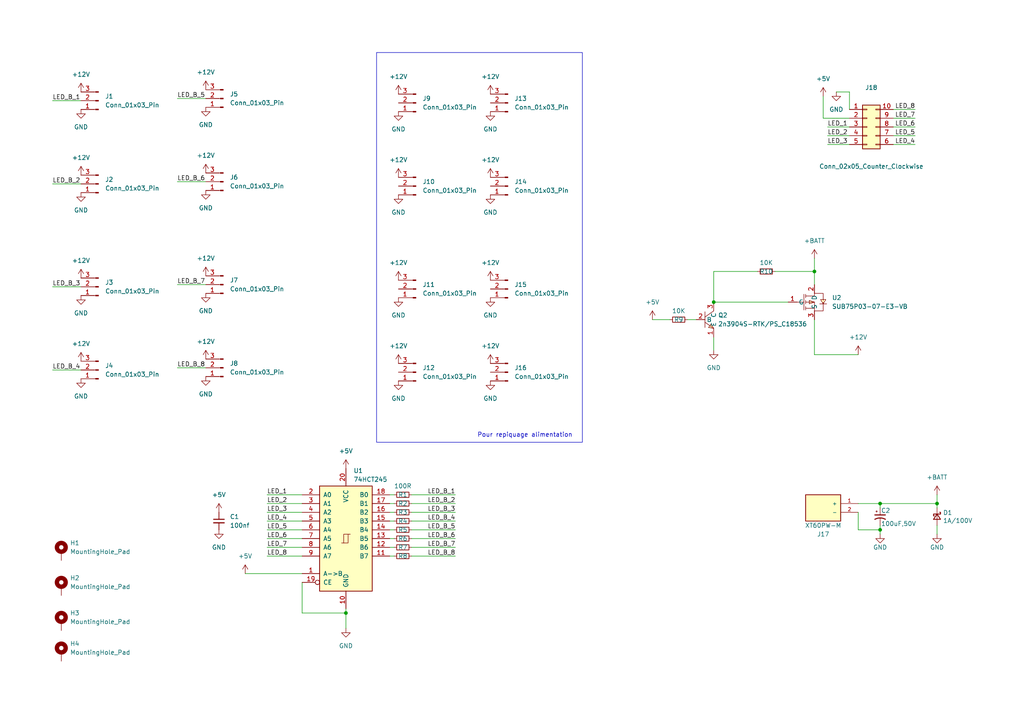
<source format=kicad_sch>
(kicad_sch (version 20231120) (generator "eeschema") (generator_version "8.0")
  (paper "A4")
  (lib_symbols
    (symbol "74xx:74HC245" (pin_names (offset 1.016))
      (property "Reference" "U" (at -7.62 16.51 0))
      (property "Value" "74HC245" (at -7.62 -16.51 0))
      (symbol "74HC245_1_0"
        (polyline (pts (xy -0.635 -1.27) (xy -0.635 1.27) (xy 0.635 1.27)))
        (polyline (pts (xy -1.27 -1.27) (xy 0.635 -1.27) (xy 0.635 1.27) (xy 1.27 1.27)))
        (pin input line (at -12.7 -10.16 0) (length 5.08) (name "A->B") (number "1"))
        (pin power_in line (at 0 -20.32 90) (length 5.08) (name "GND") (number "10"))
        (pin tri_state line (at 12.7 -5.08 180) (length 5.08) (name "B7") (number "11"))
        (pin tri_state line (at 12.7 -2.54 180) (length 5.08) (name "B6") (number "12"))
        (pin tri_state line (at 12.7 0 180) (length 5.08) (name "B5") (number "13"))
        (pin tri_state line (at 12.7 2.54 180) (length 5.08) (name "B4") (number "14"))
        (pin tri_state line (at 12.7 5.08 180) (length 5.08) (name "B3") (number "15"))
        (pin tri_state line (at 12.7 7.62 180) (length 5.08) (name "B2") (number "16"))
        (pin tri_state line (at 12.7 10.16 180) (length 5.08) (name "B1") (number "17"))
        (pin tri_state line (at 12.7 12.7 180) (length 5.08) (name "B0") (number "18"))
        (pin input inverted (at -12.7 -12.7 0) (length 5.08) (name "CE") (number "19"))
        (pin tri_state line (at -12.7 12.7 0) (length 5.08) (name "A0") (number "2"))
        (pin power_in line (at 0 20.32 270) (length 5.08) (name "VCC") (number "20"))
        (pin tri_state line (at -12.7 10.16 0) (length 5.08) (name "A1") (number "3"))
        (pin tri_state line (at -12.7 7.62 0) (length 5.08) (name "A2") (number "4"))
        (pin tri_state line (at -12.7 5.08 0) (length 5.08) (name "A3") (number "5"))
        (pin tri_state line (at -12.7 2.54 0) (length 5.08) (name "A4") (number "6"))
        (pin tri_state line (at -12.7 0 0) (length 5.08) (name "A5") (number "7"))
        (pin tri_state line (at -12.7 -2.54 0) (length 5.08) (name "A6") (number "8"))
        (pin tri_state line (at -12.7 -5.08 0) (length 5.08) (name "A7") (number "9"))
      )
      (symbol "74HC245_1_1"
        (rectangle (start -7.62 15.24) (end 7.62 -15.24) (stroke (width 0.254)) (fill (type background)))
      )
    )
    (symbol "Connector:Conn_01x03_Pin" (pin_names (offset 1.016) hide)
      (property "Reference" "J" (at 0 5.08 0))
      (property "Value" "Conn_01x03_Pin" (at 0 -5.08 0))
      (symbol "Conn_01x03_Pin_1_1"
        (polyline (pts (xy 1.27 -2.54) (xy 0.8636 -2.54)) (stroke (width 0.1524)))
        (polyline (pts (xy 1.27 0) (xy 0.8636 0)) (stroke (width 0.1524)))
        (polyline (pts (xy 1.27 2.54) (xy 0.8636 2.54)) (stroke (width 0.1524)))
        (rectangle (start 0.8636 -2.413) (end 0 -2.667) (stroke (width 0.1524)) (fill (type outline)))
        (rectangle (start 0.8636 0.127) (end 0 -0.127) (stroke (width 0.1524)) (fill (type outline)))
        (rectangle (start 0.8636 2.667) (end 0 2.413) (stroke (width 0.1524)) (fill (type outline)))
        (pin passive line (at 5.08 2.54 180) (length 3.81) (name "Pin_1") (number "1"))
        (pin passive line (at 5.08 0 180) (length 3.81) (name "Pin_2") (number "2"))
        (pin passive line (at 5.08 -2.54 180) (length 3.81) (name "Pin_3") (number "3"))
      )
    )
    (symbol "Connector_Generic:Conn_02x05_Counter_Clockwise" (pin_names (offset 1.016) hide)
      (property "Reference" "J" (at 1.27 7.62 0))
      (property "Value" "Conn_02x05_Counter_Clockwise" (at 1.27 -7.62 0))
      (symbol "Conn_02x05_Counter_Clockwise_1_1"
        (rectangle (start -1.27 -4.953) (end 0 -5.207) (stroke (width 0.1524)))
        (rectangle (start -1.27 -2.413) (end 0 -2.667) (stroke (width 0.1524)))
        (rectangle (start -1.27 0.127) (end 0 -0.127) (stroke (width 0.1524)))
        (rectangle (start -1.27 2.667) (end 0 2.413) (stroke (width 0.1524)))
        (rectangle (start -1.27 5.207) (end 0 4.953) (stroke (width 0.1524)))
        (rectangle (start -1.27 6.35) (end 3.81 -6.35) (stroke (width 0.254)) (fill (type background)))
        (rectangle (start 3.81 -4.953) (end 2.54 -5.207) (stroke (width 0.1524)))
        (rectangle (start 3.81 -2.413) (end 2.54 -2.667) (stroke (width 0.1524)))
        (rectangle (start 3.81 0.127) (end 2.54 -0.127) (stroke (width 0.1524)))
        (rectangle (start 3.81 2.667) (end 2.54 2.413) (stroke (width 0.1524)))
        (rectangle (start 3.81 5.207) (end 2.54 4.953) (stroke (width 0.1524)))
        (pin passive line (at -5.08 5.08 0) (length 3.81) (name "Pin_1") (number "1"))
        (pin passive line (at 7.62 5.08 180) (length 3.81) (name "Pin_10") (number "10"))
        (pin passive line (at -5.08 2.54 0) (length 3.81) (name "Pin_2") (number "2"))
        (pin passive line (at -5.08 0 0) (length 3.81) (name "Pin_3") (number "3"))
        (pin passive line (at -5.08 -2.54 0) (length 3.81) (name "Pin_4") (number "4"))
        (pin passive line (at -5.08 -5.08 0) (length 3.81) (name "Pin_5") (number "5"))
        (pin passive line (at 7.62 -5.08 180) (length 3.81) (name "Pin_6") (number "6"))
        (pin passive line (at 7.62 -2.54 180) (length 3.81) (name "Pin_7") (number "7"))
        (pin passive line (at 7.62 0 180) (length 3.81) (name "Pin_8") (number "8"))
        (pin passive line (at 7.62 2.54 180) (length 3.81) (name "Pin_9") (number "9"))
      )
    )
    (symbol "Device:C_Small" (pin_numbers hide) (pin_names (offset 0.254) hide)
      (property "Reference" "C" (at 0.254 1.778 0))
      (property "Value" "C_Small" (at 0.254 -2.032 0))
      (symbol "C_Small_0_1"
        (polyline (pts (xy -1.524 -0.508) (xy 1.524 -0.508)) (stroke (width 0.3302)))
        (polyline (pts (xy -1.524 0.508) (xy 1.524 0.508)) (stroke (width 0.3048)))
      )
      (symbol "C_Small_1_1"
        (pin passive line (at 0 2.54 270) (length 2.032) (name "~") (number "1"))
        (pin passive line (at 0 -2.54 90) (length 2.032) (name "~") (number "2"))
      )
    )
    (symbol "Device:D_Schottky_Small" (pin_numbers hide) (pin_names (offset 0.254) hide)
      (property "Reference" "D" (at -1.27 2.032 0))
      (property "Value" "Device_D_Schottky_Small" (at -7.112 -2.032 0))
      (symbol "D_Schottky_Small_0_1"
        (polyline (pts (xy -0.762 0) (xy 0.762 0)))
        (polyline (pts (xy 0.762 -1.016) (xy -0.762 0) (xy 0.762 1.016) (xy 0.762 -1.016)) (stroke (width 0.254)))
        (polyline (pts (xy -1.27 0.762) (xy -1.27 1.016) (xy -0.762 1.016) (xy -0.762 -1.016) (xy -0.254 -1.016) (xy -0.254 -0.762)) (stroke (width 0.254)))
      )
      (symbol "D_Schottky_Small_1_1"
        (pin passive line (at -2.54 0 0) (length 1.778) (name "K") (number "1"))
        (pin passive line (at 2.54 0 180) (length 1.778) (name "A") (number "2"))
      )
    )
    (symbol "Device:R_Small" (pin_numbers hide) (pin_names (offset 0.254) hide)
      (property "Reference" "R" (at 0.762 0.508 0))
      (property "Value" "R_Small" (at 0.762 -1.016 0))
      (symbol "R_Small_0_1"
        (rectangle (start -0.762 1.778) (end 0.762 -1.778) (stroke (width 0.2032)))
      )
      (symbol "R_Small_1_1"
        (pin passive line (at 0 2.54 270) (length 0.762) (name "~") (number "1"))
        (pin passive line (at 0 -2.54 90) (length 0.762) (name "~") (number "2"))
      )
    )
    (symbol "KXKM_ESP32_battery_management_board-rescue:CP1_Small-Device" (pin_numbers hide) (pin_names (offset 0.254) hide)
      (property "Reference" "C" (at 0.254 1.778 0))
      (property "Value" "CP1_Small-Device" (at 0.254 -2.032 0))
      (symbol "CP1_Small-Device_0_1"
        (polyline (pts (xy -1.524 0.508) (xy 1.524 0.508)) (stroke (width 0.3048)))
        (polyline (pts (xy -1.27 1.524) (xy -0.762 1.524)))
        (polyline (pts (xy -1.016 1.27) (xy -1.016 1.778)))
        (arc (start 1.524 -0.762) (mid 0 -0.3734) (end -1.524 -0.762) (stroke (width 0.3048)))
      )
      (symbol "CP1_Small-Device_1_1"
        (pin passive line (at 0 2.54 270) (length 2.032) (name "~") (number "1"))
        (pin passive line (at 0 -2.54 90) (length 2.032) (name "~") (number "2"))
      )
    )
    (symbol "Mechanical:MountingHole_Pad" (pin_numbers hide) (pin_names (offset 1.016) hide)
      (property "Reference" "H" (at 0 6.35 0))
      (property "Value" "MountingHole_Pad" (at 0 4.445 0))
      (symbol "MountingHole_Pad_0_1"
        (circle (center 0 1.27) (radius 1.27) (stroke (width 1.27)))
      )
      (symbol "MountingHole_Pad_1_1"
        (pin input line (at 0 -2.54 90) (length 2.54) (name "1") (number "1"))
      )
    )
    (symbol "XT60PW-M:XT60PW-M" (pin_names (offset 1.016))
      (property "Reference" "J" (at -5.08 5.7234 0))
      (property "Value" "XT60PW-M" (at -5.08 -5.0923 0))
      (symbol "XT60PW-M_0_0"
        (rectangle (start -5.08 -2.54) (end 5.08 5.08) (stroke (width 0.254)) (fill (type background)))
        (pin passive line (at -10.16 2.54 0) (length 5.08) (name "+") (number "1"))
        (pin passive line (at -10.16 0 0) (length 5.08) (name "-") (number "2"))
      )
    )
    (symbol "easyeda2kicad:2n3904S-RTK_PS_C18536"
      (property "Reference" "Q" (at 0 10.16 0))
      (property "Value" "2n3904S-RTK/PS_C18536" (at 0 -10.16 0))
      (symbol "2n3904S-RTK_PS_C18536_0_1"
        (polyline (pts (xy 0 -0.76) (xy 2.54 -2.54)))
        (polyline (pts (xy 0 2.29) (xy 0 -2.29)))
        (polyline (pts (xy 2.54 2.54) (xy 0 0.76)))
        (polyline (pts (xy 2.54 -2.54) (xy 1.78 -1.27) (xy 1.02 -2.29) (xy 2.54 -2.54)) (fill (type background)))
        (pin input line (at 2.54 -5.08 90) (length 2.54) (name "E") (number "1"))
        (pin input line (at -2.54 0 0) (length 2.54) (name "B") (number "2"))
        (pin input line (at 2.54 5.08 270) (length 2.54) (name "C") (number "3"))
      )
    )
    (symbol "easyeda2kicad:SUB75P03-07-E3-VB"
      (property "Reference" "U" (at 0 10.16 0))
      (property "Value" "SUB75P03-07-E3-VB" (at 0 -10.16 0))
      (symbol "SUB75P03-07-E3-VB_0_1"
        (polyline (pts (xy -2.54 0) (xy -0.51 0)))
        (polyline (pts (xy -0.51 2.29) (xy -0.51 -2.29)))
        (polyline (pts (xy 0 -2.29) (xy 0 -1.27)))
        (polyline (pts (xy 0 -0.51) (xy 0 0.51)))
        (polyline (pts (xy 0 2.29) (xy 0 1.27)))
        (polyline (pts (xy 2.54 -1.78) (xy 0 -1.78)))
        (polyline (pts (xy 2.54 0) (xy 1.02 0.51) (xy 1.02 -0.51) (xy 2.54 0)) (fill (type background)))
        (polyline (pts (xy 4.06 -0.51) (xy 4.57 -0.51) (xy 5.59 -0.51) (xy 6.1 -0.51)))
        (polyline (pts (xy 5.08 -0.51) (xy 5.84 0.76) (xy 4.32 0.76) (xy 5.08 -0.51)) (fill (type background)))
        (polyline (pts (xy 0 0) (xy 2.54 0) (xy 2.54 -2.54) (xy 5.08 -2.54) (xy 5.08 -2.54) (xy 5.08 0)))
        (polyline (pts (xy 0 1.78) (xy 2.54 1.78) (xy 2.54 2.54) (xy 5.08 2.54) (xy 5.08 2.54) (xy 5.08 0.51)))
        (pin unspecified line (at -5.08 0 0) (length 2.54) (name "G") (number "1"))
        (pin unspecified line (at 2.54 5.08 270) (length 2.54) (name "D") (number "2"))
        (pin unspecified line (at 2.54 -5.08 90) (length 2.54) (name "S") (number "3"))
      )
    )
    (symbol "power:+12V" (power) (pin_names (offset 0))
      (property "Value" "+12V" (at 0 3.556 0))
      (symbol "+12V_0_1"
        (polyline (pts (xy -0.762 1.27) (xy 0 2.54)))
        (polyline (pts (xy 0 0) (xy 0 2.54)))
        (polyline (pts (xy 0 2.54) (xy 0.762 1.27)))
      )
      (symbol "+12V_1_1"
        (pin power_in line (at 0 0 90) (length 0) hide (name "+12V") (number "1"))
      )
    )
    (symbol "power:+5V" (power) (pin_names (offset 0))
      (property "Value" "+5V" (at 0 3.556 0))
      (symbol "+5V_0_1"
        (polyline (pts (xy -0.762 1.27) (xy 0 2.54)))
        (polyline (pts (xy 0 0) (xy 0 2.54)))
        (polyline (pts (xy 0 2.54) (xy 0.762 1.27)))
      )
      (symbol "+5V_1_1"
        (pin power_in line (at 0 0 90) (length 0) hide (name "+5V") (number "1"))
      )
    )
    (symbol "power:+BATT" (power) (pin_names (offset 0))
      (property "Value" "+BATT" (at 0 3.556 0))
      (symbol "+BATT_0_1"
        (polyline (pts (xy -0.762 1.27) (xy 0 2.54)))
        (polyline (pts (xy 0 0) (xy 0 2.54)))
        (polyline (pts (xy 0 2.54) (xy 0.762 1.27)))
      )
      (symbol "+BATT_1_1"
        (pin power_in line (at 0 0 90) (length 0) hide (name "+BATT") (number "1"))
      )
    )
    (symbol "power:GND" (power) (pin_names (offset 0))
      (property "Value" "GND" (at 0 -3.81 0))
      (symbol "GND_0_1"
        (polyline (pts (xy 0 0) (xy 0 -1.27) (xy 1.27 -1.27) (xy 0 -2.54) (xy -1.27 -1.27) (xy 0 -1.27)))
      )
      (symbol "GND_1_1"
        (pin power_in line (at 0 0 270) (length 0) hide (name "GND") (number "1"))
      )
    )
  )
  (junction (at 207.01 87.63))
  (junction (at 255.27 153.67))
  (junction (at 236.22 78.74))
  (junction (at 255.27 146.05))
  (junction (at 100.33 177.8))
  (junction (at 271.78 146.05))
  (wire (pts (xy 238.76 34.29) (xy 246.38 34.29)))
  (wire (pts (xy 255.27 152.4) (xy 255.27 153.67)))
  (wire (pts (xy 255.27 146.05) (xy 271.78 146.05)))
  (wire (pts (xy 87.63 168.91) (xy 87.63 177.8)))
  (wire (pts (xy 15.24 83.185) (xy 23.495 83.185)))
  (wire (pts (xy 77.47 148.59) (xy 87.63 148.59)))
  (wire (pts (xy 236.22 74.93) (xy 236.22 78.74)))
  (wire (pts (xy 77.47 161.29) (xy 87.63 161.29)))
  (wire (pts (xy 77.47 153.67) (xy 87.63 153.67)))
  (wire (pts (xy 240.03 36.83) (xy 246.38 36.83)))
  (wire (pts (xy 248.92 102.87) (xy 236.22 102.87)))
  (wire (pts (xy 15.24 53.34) (xy 23.495 53.34)))
  (wire (pts (xy 265.43 31.75) (xy 259.08 31.75)))
  (wire (pts (xy 114.3 153.67) (xy 113.03 153.67)))
  (wire (pts (xy 242.57 26.67) (xy 246.38 26.67)))
  (wire (pts (xy 51.435 52.705) (xy 59.69 52.705)))
  (wire (pts (xy 132.08 143.51) (xy 119.38 143.51)))
  (wire (pts (xy 199.39 92.71) (xy 201.93 92.71)))
  (wire (pts (xy 248.92 146.05) (xy 255.27 146.05)))
  (wire (pts (xy 71.12 166.37) (xy 87.63 166.37)))
  (wire (pts (xy 265.43 39.37) (xy 259.08 39.37)))
  (wire (pts (xy 189.23 92.71) (xy 194.31 92.71)))
  (wire (pts (xy 255.27 147.32) (xy 255.27 146.05)))
  (wire (pts (xy 100.33 182.245) (xy 100.33 177.8)))
  (wire (pts (xy 15.24 29.21) (xy 23.495 29.21)))
  (wire (pts (xy 77.47 151.13) (xy 87.63 151.13)))
  (wire (pts (xy 132.08 161.29) (xy 119.38 161.29)))
  (wire (pts (xy 132.08 148.59) (xy 119.38 148.59)))
  (wire (pts (xy 51.435 82.55) (xy 59.69 82.55)))
  (wire (pts (xy 15.24 107.315) (xy 23.495 107.315)))
  (wire (pts (xy 132.08 158.75) (xy 119.38 158.75)))
  (wire (pts (xy 114.3 158.75) (xy 113.03 158.75)))
  (wire (pts (xy 77.47 146.05) (xy 87.63 146.05)))
  (wire (pts (xy 271.78 154.94) (xy 271.78 152.4)))
  (wire (pts (xy 207.01 78.74) (xy 207.01 87.63)))
  (wire (pts (xy 51.435 28.575) (xy 59.69 28.575)))
  (wire (pts (xy 77.47 158.75) (xy 87.63 158.75)))
  (wire (pts (xy 246.38 26.67) (xy 246.38 31.75)))
  (wire (pts (xy 87.63 177.8) (xy 100.33 177.8)))
  (wire (pts (xy 77.47 143.51) (xy 87.63 143.51)))
  (wire (pts (xy 114.3 146.05) (xy 113.03 146.05)))
  (wire (pts (xy 114.3 156.21) (xy 113.03 156.21)))
  (wire (pts (xy 265.43 41.91) (xy 259.08 41.91)))
  (wire (pts (xy 77.47 156.21) (xy 87.63 156.21)))
  (wire (pts (xy 255.27 153.67) (xy 255.27 154.94)))
  (wire (pts (xy 51.435 106.68) (xy 59.69 106.68)))
  (wire (pts (xy 248.92 153.67) (xy 255.27 153.67)))
  (wire (pts (xy 236.22 78.74) (xy 236.22 82.55)))
  (wire (pts (xy 265.43 36.83) (xy 259.08 36.83)))
  (wire (pts (xy 219.71 78.74) (xy 207.01 78.74)))
  (wire (pts (xy 114.3 161.29) (xy 113.03 161.29)))
  (wire (pts (xy 132.08 146.05) (xy 119.38 146.05)))
  (wire (pts (xy 114.3 151.13) (xy 113.03 151.13)))
  (wire (pts (xy 132.08 151.13) (xy 119.38 151.13)))
  (wire (pts (xy 207.01 87.63) (xy 228.6 87.63)))
  (wire (pts (xy 238.76 27.94) (xy 238.76 34.29)))
  (wire (pts (xy 271.78 143.51) (xy 271.78 146.05)))
  (wire (pts (xy 114.3 143.51) (xy 113.03 143.51)))
  (wire (pts (xy 236.22 102.87) (xy 236.22 92.71)))
  (wire (pts (xy 248.92 148.59) (xy 248.92 153.67)))
  (wire (pts (xy 132.08 153.67) (xy 119.38 153.67)))
  (wire (pts (xy 100.33 177.8) (xy 100.33 176.53)))
  (wire (pts (xy 132.08 156.21) (xy 119.38 156.21)))
  (wire (pts (xy 224.79 78.74) (xy 236.22 78.74)))
  (wire (pts (xy 207.01 101.6) (xy 207.01 97.79)))
  (wire (pts (xy 271.78 146.05) (xy 271.78 147.32)))
  (wire (pts (xy 114.3 148.59) (xy 113.03 148.59)))
  (wire (pts (xy 265.43 34.29) (xy 259.08 34.29)))
  (wire (pts (xy 240.03 39.37) (xy 246.38 39.37)))
  (wire (pts (xy 240.03 41.91) (xy 246.38 41.91)))
  (rectangle (start 109.22 15.24) (end 168.91 128.27))
  (text "Pour repiquage alimentation" (at 138.43 127 0) (effects (font (size 1.27 1.27)) (justify left bottom)))
  (label "LED_2" (at 240.03 39.37 0))
  (label "LED_7" (at 265.43 34.29 180))
  (label "LED_B_4" (at 132.08 151.13 180))
  (label "LED_B_1" (at 132.08 143.51 180))
  (label "LED_B_6" (at 132.08 156.21 180))
  (label "LED_B_2" (at 15.24 53.34 0))
  (label "LED_B_1" (at 15.24 29.21 0))
  (label "LED_B_5" (at 51.435 28.575 0))
  (label "LED_B_8" (at 51.435 106.68 0))
  (label "LED_B_7" (at 132.08 158.75 180))
  (label "LED_6" (at 265.43 36.83 180))
  (label "LED_2" (at 77.47 146.05 0))
  (label "LED_1" (at 77.47 143.51 0))
  (label "LED_7" (at 77.47 158.75 0))
  (label "LED_5" (at 77.47 153.67 0))
  (label "LED_3" (at 77.47 148.59 0))
  (label "LED_B_2" (at 132.08 146.05 180))
  (label "LED_5" (at 265.43 39.37 180))
  (label "LED_3" (at 240.03 41.91 0))
  (label "LED_B_8" (at 132.08 161.29 180))
  (label "LED_8" (at 77.47 161.29 0))
  (label "LED_B_6" (at 51.435 52.705 0))
  (label "LED_B_4" (at 15.24 107.315 0))
  (label "LED_B_3" (at 132.08 148.59 180))
  (label "LED_4" (at 265.43 41.91 180))
  (label "LED_B_7" (at 51.435 82.55 0))
  (label "LED_B_3" (at 15.24 83.185 0))
  (label "LED_B_5" (at 132.08 153.67 180))
  (label "LED_8" (at 265.43 31.75 180))
  (label "LED_1" (at 240.03 36.83 0))
  (label "LED_4" (at 77.47 151.13 0))
  (label "LED_6" (at 77.47 156.21 0))
  (symbol (lib_id "Device:R_Small") (at 116.84 151.13 90) (unit 1)
    (property "Reference" "R4" (at 116.84 151.13 90))
    (property "Value" "100R" (effects (hide yes)))
    (property "Footprint" "Resistor_SMD:R_0603_1608Metric" (effects (hide yes)))
  )
  (symbol (lib_id "easyeda2kicad:2n3904S-RTK_PS_C18536") (at 204.47 92.71 0) (unit 1)
    (property "Reference" "Q2" (at 208.28 91.44 0) (effects (justify left)))
    (property "Value" "2n3904S-RTK/PS_C18536" (at 208.28 93.98 0) (effects (justify left)))
    (property "Footprint" "easyeda2kicad:SOT-23-3_L2.9-W1.3-P1.90-LS2.4-TR" (effects (hide yes)))
    (property "Datasheet" "https://lcsc.com/product-detail/Transistors-NPN-PNP_KEC_2n3904S-RTK-P_2n3904S-RTK-P_C18536.html" (effects (hide yes)))
    (property "LCSC Part" "C18536" (effects (hide yes)))
  )
  (symbol (lib_id "KXKM_ESP32_battery_management_board-rescue:CP1_Small-Device") (at 255.27 149.86 0) (unit 1)
    (property "Reference" "C2" (at 255.524 148.082 0) (effects (justify left)))
    (property "Value" "100uF,50V" (at 255.524 151.892 0) (effects (justify left)))
    (property "Footprint" "Capacitor_SMD:CP_Elec_8x10" (effects (hide yes)))
    (property "LCSC" "C97812" (effects (hide yes)))
  )
  (symbol (lib_id "power:+12V") (at 115.57 51.435 0) (unit 1)
    (property "Reference" "#PWR024" (effects (hide yes)))
    (property "Value" "+12V" (at 115.57 46.355 0))
  )
  (symbol (lib_id "power:+12V") (at 23.495 26.67 0) (unit 1)
    (property "Reference" "#PWR01" (effects (hide yes)))
    (property "Value" "+12V" (at 23.495 21.59 0))
  )
  (symbol (lib_id "Device:R_Small") (at 116.84 143.51 90) (unit 1)
    (property "Reference" "R1" (at 116.84 143.51 90))
    (property "Value" "100R" (at 116.84 140.97 90))
    (property "Footprint" "Resistor_SMD:R_0603_1608Metric" (effects (hide yes)))
  )
  (symbol (lib_id "power:+12V") (at 23.495 50.8 0) (unit 1)
    (property "Reference" "#PWR03" (effects (hide yes)))
    (property "Value" "+12V" (at 23.495 45.72 0))
  )
  (symbol (lib_id "Connector:Conn_01x03_Pin") (at 120.65 29.845 180) (unit 1)
    (property "Reference" "J9" (at 122.555 28.575 0) (effects (justify right)))
    (property "Value" "Conn_01x03_Pin" (at 122.555 31.115 0) (effects (justify right)))
    (property "Footprint" "Connector_PinSocket_2.54mm:PinSocket_1x03_P2.54mm_Vertical" (effects (hide yes)))
  )
  (symbol (lib_id "Device:R_Small") (at 116.84 146.05 90) (unit 1)
    (property "Reference" "R2" (at 116.84 146.05 90))
    (property "Value" "100R" (effects (hide yes)))
    (property "Footprint" "Resistor_SMD:R_0603_1608Metric" (effects (hide yes)))
  )
  (symbol (lib_id "Connector:Conn_01x03_Pin") (at 147.32 29.845 180) (unit 1)
    (property "Reference" "J13" (at 149.225 28.575 0) (effects (justify right)))
    (property "Value" "Conn_01x03_Pin" (at 149.225 31.115 0) (effects (justify right)))
    (property "Footprint" "Connector_PinSocket_2.54mm:PinSocket_1x03_P2.54mm_Vertical" (effects (hide yes)))
  )
  (symbol (lib_id "Connector:Conn_01x03_Pin") (at 120.65 53.975 180) (unit 1)
    (property "Reference" "J10" (at 122.555 52.705 0) (effects (justify right)))
    (property "Value" "Conn_01x03_Pin" (at 122.555 55.245 0) (effects (justify right)))
    (property "Footprint" "Connector_PinSocket_2.54mm:PinSocket_1x03_P2.54mm_Vertical" (effects (hide yes)))
  )
  (symbol (lib_id "power:GND") (at 59.69 85.09 0) (unit 1)
    (property "Reference" "#PWR014" (effects (hide yes)))
    (property "Value" "GND" (at 59.69 90.17 0))
  )
  (symbol (lib_id "power:+12V") (at 142.24 81.28 0) (unit 1)
    (property "Reference" "#PWR034" (effects (hide yes)))
    (property "Value" "+12V" (at 142.24 76.2 0))
  )
  (symbol (lib_id "power:+12V") (at 59.69 50.165 0) (unit 1)
    (property "Reference" "#PWR011" (effects (hide yes)))
    (property "Value" "+12V" (at 59.69 45.085 0))
  )
  (symbol (lib_id "power:GND") (at 100.33 182.245 0) (unit 1)
    (property "Reference" "#PWR021" (effects (hide yes)))
    (property "Value" "GND" (at 100.33 187.325 0))
  )
  (symbol (lib_id "power:+12V") (at 59.69 104.14 0) (unit 1)
    (property "Reference" "#PWR015" (effects (hide yes)))
    (property "Value" "+12V" (at 59.69 99.06 0))
  )
  (symbol (lib_id "power:GND") (at 271.78 154.94 0) (unit 1)
    (property "Reference" "#PWR040" (effects (hide yes)))
    (property "Value" "GND" (at 271.78 158.75 0))
  )
  (symbol (lib_id "Connector:Conn_01x03_Pin") (at 120.65 107.95 180) (unit 1)
    (property "Reference" "J12" (at 122.555 106.68 0) (effects (justify right)))
    (property "Value" "Conn_01x03_Pin" (at 122.555 109.22 0) (effects (justify right)))
    (property "Footprint" "Connector_PinSocket_2.54mm:PinSocket_1x03_P2.54mm_Vertical" (effects (hide yes)))
  )
  (symbol (lib_id "Device:R_Small") (at 116.84 148.59 90) (unit 1)
    (property "Reference" "R3" (at 116.84 148.59 90))
    (property "Value" "100R" (effects (hide yes)))
    (property "Footprint" "Resistor_SMD:R_0603_1608Metric" (effects (hide yes)))
  )
  (symbol (lib_id "Mechanical:MountingHole_Pad") (at 17.78 170.18 0) (unit 1)
    (property "Reference" "H2" (at 20.32 167.64 0) (effects (justify left)))
    (property "Value" "MountingHole_Pad" (at 20.32 170.18 0) (effects (justify left)))
    (property "Footprint" "MountingHole:MountingHole_3.2mm_M3_DIN965_Pad_TopOnly" (effects (hide yes)))
  )
  (symbol (lib_id "power:+12V") (at 59.69 26.035 0) (unit 1)
    (property "Reference" "#PWR09" (effects (hide yes)))
    (property "Value" "+12V" (at 59.69 20.955 0))
  )
  (symbol (lib_id "power:+5V") (at 189.23 92.71 0) (mirror y) (unit 1)
    (property "Reference" "#PWR043" (effects (hide yes)))
    (property "Value" "+5V" (at 189.23 87.63 0))
  )
  (symbol (lib_id "power:+12V") (at 248.92 102.87 0) (unit 1)
    (property "Reference" "#PWR039" (effects (hide yes)))
    (property "Value" "+12V" (at 248.92 97.79 0))
  )
  (symbol (lib_id "power:GND") (at 142.24 32.385 0) (unit 1)
    (property "Reference" "#PWR031" (effects (hide yes)))
    (property "Value" "GND" (at 142.24 37.465 0))
  )
  (symbol (lib_id "power:GND") (at 59.69 31.115 0) (unit 1)
    (property "Reference" "#PWR010" (effects (hide yes)))
    (property "Value" "GND" (at 59.69 36.195 0))
  )
  (symbol (lib_id "XT60PW-M:XT60PW-M") (at 238.76 148.59 0) (mirror y) (unit 1)
    (property "Reference" "J17" (at 238.76 154.94 0))
    (property "Value" "XT60PW-M" (at 238.76 152.4 0))
    (property "Footprint" "XT60PW-M:XT60PWM" (effects (hide yes)))
    (property "Datasheet" "https://www.tme.eu/Document/9b8d0c5eb7094295f3d3112c214d3ade/XT60PW%20SPEC.pdf" (effects (hide yes)))
    (property "Height" "8.4" (effects (hide yes)))
    (property "Manufacturer_Name" "Changzou Amass Elec" (effects (hide yes)))
    (property "Manufacturer_Part_Number" "XT60PW-M" (effects (hide yes)))
    (property "PARTREV" "V1.2" (effects (hide yes)))
    (property "MANUFACTURER" "AMASS" (effects (hide yes)))
    (property "MAXIMUM_PACKAGE_HEIGHT" "8.4 mm" (effects (hide yes)))
    (property "STANDARD" "Manufacturer recommendations" (effects (hide yes)))
  )
  (symbol (lib_id "power:GND") (at 142.24 56.515 0) (unit 1)
    (property "Reference" "#PWR033" (effects (hide yes)))
    (property "Value" "GND" (at 142.24 61.595 0))
  )
  (symbol (lib_id "Connector:Conn_01x03_Pin") (at 28.575 107.315 180) (unit 1)
    (property "Reference" "J4" (at 30.48 106.045 0) (effects (justify right)))
    (property "Value" "Conn_01x03_Pin" (at 30.48 108.585 0) (effects (justify right)))
    (property "Footprint" "Connector_PinSocket_2.54mm:PinSocket_1x03_P2.54mm_Horizontal" (effects (hide yes)))
  )
  (symbol (lib_id "power:GND") (at 207.01 101.6 0) (unit 1)
    (property "Reference" "#PWR044" (effects (hide yes)))
    (property "Value" "GND" (at 207.01 106.68 0))
  )
  (symbol (lib_id "power:GND") (at 242.57 26.67 0) (unit 1)
    (property "Reference" "#PWR042" (effects (hide yes)))
    (property "Value" "GND" (at 242.57 31.75 0))
  )
  (symbol (lib_id "power:+BATT") (at 271.78 143.51 0) (unit 1)
    (property "Reference" "#PWR045" (effects (hide yes)))
    (property "Value" "+BATT" (at 271.78 138.43 0))
  )
  (symbol (lib_id "power:GND") (at 23.495 109.855 0) (unit 1)
    (property "Reference" "#PWR08" (effects (hide yes)))
    (property "Value" "GND" (at 23.495 114.935 0))
  )
  (symbol (lib_id "power:+BATT") (at 236.22 74.93 0) (unit 1)
    (property "Reference" "#PWR046" (effects (hide yes)))
    (property "Value" "+BATT" (at 236.22 69.85 0))
  )
  (symbol (lib_id "power:+5V") (at 100.33 135.89 0) (unit 1)
    (property "Reference" "#PWR020" (effects (hide yes)))
    (property "Value" "+5V" (at 100.33 130.81 0))
  )
  (symbol (lib_id "power:GND") (at 115.57 86.36 0) (unit 1)
    (property "Reference" "#PWR027" (effects (hide yes)))
    (property "Value" "GND" (at 115.57 91.44 0))
  )
  (symbol (lib_id "power:+5V") (at 238.76 27.94 0) (mirror y) (unit 1)
    (property "Reference" "#PWR041" (effects (hide yes)))
    (property "Value" "+5V" (at 238.76 22.86 0))
  )
  (symbol (lib_id "Connector:Conn_01x03_Pin") (at 64.77 28.575 180) (unit 1)
    (property "Reference" "J5" (at 66.675 27.305 0) (effects (justify right)))
    (property "Value" "Conn_01x03_Pin" (at 66.675 29.845 0) (effects (justify right)))
    (property "Footprint" "Connector_PinSocket_2.54mm:PinSocket_1x03_P2.54mm_Horizontal" (effects (hide yes)))
  )
  (symbol (lib_id "Device:R_Small") (at 116.84 161.29 90) (unit 1)
    (property "Reference" "R8" (at 116.84 161.29 90))
    (property "Value" "100R" (effects (hide yes)))
    (property "Footprint" "Resistor_SMD:R_0603_1608Metric" (effects (hide yes)))
  )
  (symbol (lib_id "Connector_Generic:Conn_02x05_Counter_Clockwise") (at 251.46 36.83 0) (unit 1)
    (property "Reference" "J18" (at 252.73 25.4 0))
    (property "Value" "Conn_02x05_Counter_Clockwise" (at 252.73 48.26 0))
    (property "Footprint" "Connector_IDC:IDC-Header_2x05_P2.54mm_Vertical" (effects (hide yes)))
  )
  (symbol (lib_id "power:+5V") (at 71.12 166.37 0) (unit 1)
    (property "Reference" "#PWR019" (effects (hide yes)))
    (property "Value" "+5V" (at 71.12 161.29 0))
  )
  (symbol (lib_id "power:GND") (at 115.57 56.515 0) (unit 1)
    (property "Reference" "#PWR025" (effects (hide yes)))
    (property "Value" "GND" (at 115.57 61.595 0))
  )
  (symbol (lib_id "Connector:Conn_01x03_Pin") (at 147.32 53.975 180) (unit 1)
    (property "Reference" "J14" (at 149.225 52.705 0) (effects (justify right)))
    (property "Value" "Conn_01x03_Pin" (at 149.225 55.245 0) (effects (justify right)))
    (property "Footprint" "Connector_PinSocket_2.54mm:PinSocket_1x03_P2.54mm_Vertical" (effects (hide yes)))
  )
  (symbol (lib_id "power:+12V") (at 115.57 81.28 0) (unit 1)
    (property "Reference" "#PWR026" (effects (hide yes)))
    (property "Value" "+12V" (at 115.57 76.2 0))
  )
  (symbol (lib_id "power:GND") (at 255.27 154.94 0) (unit 1)
    (property "Reference" "#PWR038" (effects (hide yes)))
    (property "Value" "GND" (at 255.27 158.75 0))
  )
  (symbol (lib_id "power:GND") (at 115.57 32.385 0) (unit 1)
    (property "Reference" "#PWR023" (effects (hide yes)))
    (property "Value" "GND" (at 115.57 37.465 0))
  )
  (symbol (lib_id "Device:R_Small") (at 116.84 156.21 90) (unit 1)
    (property "Reference" "R6" (at 116.84 156.21 90))
    (property "Value" "100R" (effects (hide yes)))
    (property "Footprint" "Resistor_SMD:R_0603_1608Metric" (effects (hide yes)))
  )
  (symbol (lib_id "Device:D_Schottky_Small") (at 271.78 149.86 270) (unit 1)
    (property "Reference" "D1" (at 273.5072 148.6916 90) (effects (justify left)))
    (property "Value" "1A/100V" (at 273.5072 151.003 90) (effects (justify left)))
    (property "Footprint" "Diode_SMD:D_SMA" (effects (hide yes)))
    (property "LCSC" "C14996" (effects (hide yes)))
  )
  (symbol (lib_id "Connector:Conn_01x03_Pin") (at 147.32 107.95 180) (unit 1)
    (property "Reference" "J16" (at 149.225 106.68 0) (effects (justify right)))
    (property "Value" "Conn_01x03_Pin" (at 149.225 109.22 0) (effects (justify right)))
    (property "Footprint" "Connector_PinSocket_2.54mm:PinSocket_1x03_P2.54mm_Vertical" (effects (hide yes)))
  )
  (symbol (lib_id "Mechanical:MountingHole_Pad") (at 17.78 189.23 0) (unit 1)
    (property "Reference" "H4" (at 20.32 186.69 0) (effects (justify left)))
    (property "Value" "MountingHole_Pad" (at 20.32 189.23 0) (effects (justify left)))
    (property "Footprint" "MountingHole:MountingHole_3.2mm_M3_DIN965_Pad_TopOnly" (effects (hide yes)))
  )
  (symbol (lib_id "Connector:Conn_01x03_Pin") (at 64.77 52.705 180) (unit 1)
    (property "Reference" "J6" (at 66.675 51.435 0) (effects (justify right)))
    (property "Value" "Conn_01x03_Pin" (at 66.675 53.975 0) (effects (justify right)))
    (property "Footprint" "Connector_PinSocket_2.54mm:PinSocket_1x03_P2.54mm_Horizontal" (effects (hide yes)))
  )
  (symbol (lib_id "Device:R_Small") (at 222.25 78.74 90) (unit 1)
    (property "Reference" "R10" (at 222.25 78.74 90))
    (property "Value" "10K" (at 222.25 76.2 90))
    (property "Footprint" "Resistor_SMD:R_0603_1608Metric" (effects (hide yes)))
  )
  (symbol (lib_id "power:GND") (at 115.57 110.49 0) (unit 1)
    (property "Reference" "#PWR029" (effects (hide yes)))
    (property "Value" "GND" (at 115.57 115.57 0))
  )
  (symbol (lib_id "Connector:Conn_01x03_Pin") (at 64.77 106.68 180) (unit 1)
    (property "Reference" "J8" (at 66.675 105.41 0) (effects (justify right)))
    (property "Value" "Conn_01x03_Pin" (at 66.675 107.95 0) (effects (justify right)))
    (property "Footprint" "Connector_PinSocket_2.54mm:PinSocket_1x03_P2.54mm_Horizontal" (effects (hide yes)))
  )
  (symbol (lib_id "power:+12V") (at 115.57 27.305 0) (unit 1)
    (property "Reference" "#PWR022" (effects (hide yes)))
    (property "Value" "+12V" (at 115.57 22.225 0))
  )
  (symbol (lib_id "Connector:Conn_01x03_Pin") (at 64.77 82.55 180) (unit 1)
    (property "Reference" "J7" (at 66.675 81.28 0) (effects (justify right)))
    (property "Value" "Conn_01x03_Pin" (at 66.675 83.82 0) (effects (justify right)))
    (property "Footprint" "Connector_PinSocket_2.54mm:PinSocket_1x03_P2.54mm_Horizontal" (effects (hide yes)))
  )
  (symbol (lib_id "power:+12V") (at 142.24 27.305 0) (unit 1)
    (property "Reference" "#PWR030" (effects (hide yes)))
    (property "Value" "+12V" (at 142.24 22.225 0))
  )
  (symbol (lib_id "Connector:Conn_01x03_Pin") (at 28.575 83.185 180) (unit 1)
    (property "Reference" "J3" (at 30.48 81.915 0) (effects (justify right)))
    (property "Value" "Conn_01x03_Pin" (at 30.48 84.455 0) (effects (justify right)))
    (property "Footprint" "Connector_PinSocket_2.54mm:PinSocket_1x03_P2.54mm_Horizontal" (effects (hide yes)))
  )
  (symbol (lib_id "power:GND") (at 142.24 110.49 0) (unit 1)
    (property "Reference" "#PWR037" (effects (hide yes)))
    (property "Value" "GND" (at 142.24 115.57 0))
  )
  (symbol (lib_id "power:GND") (at 63.5 153.67 0) (unit 1)
    (property "Reference" "#PWR018" (effects (hide yes)))
    (property "Value" "GND" (at 63.5 158.75 0))
  )
  (symbol (lib_id "Mechanical:MountingHole_Pad") (at 17.78 160.02 0) (unit 1)
    (property "Reference" "H1" (at 20.32 157.48 0) (effects (justify left)))
    (property "Value" "MountingHole_Pad" (at 20.32 160.02 0) (effects (justify left)))
    (property "Footprint" "MountingHole:MountingHole_3.2mm_M3_DIN965_Pad_TopOnly" (effects (hide yes)))
  )
  (symbol (lib_id "power:GND") (at 23.495 55.88 0) (unit 1)
    (property "Reference" "#PWR04" (effects (hide yes)))
    (property "Value" "GND" (at 23.495 60.96 0))
  )
  (symbol (lib_id "Device:R_Small") (at 116.84 153.67 90) (unit 1)
    (property "Reference" "R5" (at 116.84 153.67 90))
    (property "Value" "100R" (effects (hide yes)))
    (property "Footprint" "Resistor_SMD:R_0603_1608Metric" (effects (hide yes)))
  )
  (symbol (lib_id "Device:R_Small") (at 116.84 158.75 90) (unit 1)
    (property "Reference" "R7" (at 116.84 158.75 90))
    (property "Value" "100R" (effects (hide yes)))
    (property "Footprint" "Resistor_SMD:R_0603_1608Metric" (effects (hide yes)))
  )
  (symbol (lib_id "power:+12V") (at 23.495 80.645 0) (unit 1)
    (property "Reference" "#PWR05" (effects (hide yes)))
    (property "Value" "+12V" (at 23.495 75.565 0))
  )
  (symbol (lib_id "power:GND") (at 142.24 86.36 0) (unit 1)
    (property "Reference" "#PWR035" (effects (hide yes)))
    (property "Value" "GND" (at 142.24 91.44 0))
  )
  (symbol (lib_id "power:GND") (at 23.495 85.725 0) (unit 1)
    (property "Reference" "#PWR06" (effects (hide yes)))
    (property "Value" "GND" (at 23.495 90.805 0))
  )
  (symbol (lib_id "Connector:Conn_01x03_Pin") (at 28.575 53.34 180) (unit 1)
    (property "Reference" "J2" (at 30.48 52.07 0) (effects (justify right)))
    (property "Value" "Conn_01x03_Pin" (at 30.48 54.61 0) (effects (justify right)))
    (property "Footprint" "Connector_PinSocket_2.54mm:PinSocket_1x03_P2.54mm_Horizontal" (effects (hide yes)))
  )
  (symbol (lib_id "easyeda2kicad:SUB75P03-07-E3-VB") (at 233.68 87.63 0) (unit 1)
    (property "Reference" "U2" (at 241.3 86.36 0) (effects (justify left)))
    (property "Value" "SUB75P03-07-E3-VB" (at 241.3 88.9 0) (effects (justify left)))
    (property "Footprint" "easyeda2kicad:TO-263-3_L10.2-W9.2-P5.08-LS15.4-BR" (effects (hide yes)))
    (property "LCSC Part" "C19188227" (effects (hide yes)))
  )
  (symbol (lib_id "power:+12V") (at 142.24 105.41 0) (unit 1)
    (property "Reference" "#PWR036" (effects (hide yes)))
    (property "Value" "+12V" (at 142.24 100.33 0))
  )
  (symbol (lib_id "Device:C_Small") (at 63.5 151.13 0) (unit 1)
    (property "Reference" "C1" (at 66.675 149.8663 0) (effects (justify left)))
    (property "Value" "100nf" (at 66.675 152.4063 0) (effects (justify left)))
    (property "Footprint" "Capacitor_SMD:C_0805_2012Metric_Pad1.18x1.45mm_HandSolder" (effects (hide yes)))
    (property "LCSC" "C14663" (effects (hide yes)))
  )
  (symbol (lib_id "Connector:Conn_01x03_Pin") (at 28.575 29.21 180) (unit 1)
    (property "Reference" "J1" (at 30.48 27.94 0) (effects (justify right)))
    (property "Value" "Conn_01x03_Pin" (at 30.48 30.48 0) (effects (justify right)))
    (property "Footprint" "Connector_PinSocket_2.54mm:PinSocket_1x03_P2.54mm_Horizontal" (effects (hide yes)))
  )
  (symbol (lib_id "power:+12V") (at 142.24 51.435 0) (unit 1)
    (property "Reference" "#PWR032" (effects (hide yes)))
    (property "Value" "+12V" (at 142.24 46.355 0))
  )
  (symbol (lib_id "power:GND") (at 59.69 55.245 0) (unit 1)
    (property "Reference" "#PWR012" (effects (hide yes)))
    (property "Value" "GND" (at 59.69 60.325 0))
  )
  (symbol (lib_id "Connector:Conn_01x03_Pin") (at 147.32 83.82 180) (unit 1)
    (property "Reference" "J15" (at 149.225 82.55 0) (effects (justify right)))
    (property "Value" "Conn_01x03_Pin" (at 149.225 85.09 0) (effects (justify right)))
    (property "Footprint" "Connector_PinSocket_2.54mm:PinSocket_1x03_P2.54mm_Vertical" (effects (hide yes)))
  )
  (symbol (lib_id "Connector:Conn_01x03_Pin") (at 120.65 83.82 180) (unit 1)
    (property "Reference" "J11" (at 122.555 82.55 0) (effects (justify right)))
    (property "Value" "Conn_01x03_Pin" (at 122.555 85.09 0) (effects (justify right)))
    (property "Footprint" "Connector_PinSocket_2.54mm:PinSocket_1x03_P2.54mm_Vertical" (effects (hide yes)))
  )
  (symbol (lib_id "Mechanical:MountingHole_Pad") (at 17.78 180.34 0) (unit 1)
    (property "Reference" "H3" (at 20.32 177.8 0) (effects (justify left)))
    (property "Value" "MountingHole_Pad" (at 20.32 180.34 0) (effects (justify left)))
    (property "Footprint" "MountingHole:MountingHole_3.2mm_M3_DIN965_Pad_TopOnly" (effects (hide yes)))
  )
  (symbol (lib_id "power:GND") (at 23.495 31.75 0) (unit 1)
    (property "Reference" "#PWR02" (effects (hide yes)))
    (property "Value" "GND" (at 23.495 36.83 0))
  )
  (symbol (lib_id "power:+12V") (at 115.57 105.41 0) (unit 1)
    (property "Reference" "#PWR028" (effects (hide yes)))
    (property "Value" "+12V" (at 115.57 100.33 0))
  )
  (symbol (lib_id "Device:R_Small") (at 196.85 92.71 90) (unit 1)
    (property "Reference" "R9" (at 196.85 92.71 90))
    (property "Value" "10K" (at 196.85 90.17 90))
    (property "Footprint" "Resistor_SMD:R_0603_1608Metric" (effects (hide yes)))
  )
  (symbol (lib_id "power:+12V") (at 23.495 104.775 0) (unit 1)
    (property "Reference" "#PWR07" (effects (hide yes)))
    (property "Value" "+12V" (at 23.495 99.695 0))
  )
  (symbol (lib_id "power:+12V") (at 59.69 80.01 0) (unit 1)
    (property "Reference" "#PWR013" (effects (hide yes)))
    (property "Value" "+12V" (at 59.69 74.93 0))
  )
  (symbol (lib_id "power:GND") (at 59.69 109.22 0) (unit 1)
    (property "Reference" "#PWR016" (effects (hide yes)))
    (property "Value" "GND" (at 59.69 114.3 0))
  )
  (symbol (lib_id "power:+5V") (at 63.5 148.59 0) (mirror y) (unit 1)
    (property "Reference" "#PWR017" (effects (hide yes)))
    (property "Value" "+5V" (at 63.5 143.51 0))
  )
  (symbol (lib_id "74xx:74HC245") (at 100.33 156.21 0) (unit 1)
    (property "Reference" "U1" (at 102.5241 136.525 0) (effects (justify left)))
    (property "Value" "74HCT245" (at 102.5241 139.065 0) (effects (justify left)))
    (property "Footprint" "Package_SO:TSSOP-20_4.4x6.5mm_P0.65mm" (effects (hide yes)))
    (property "Datasheet" "http://www.ti.com/lit/gpn/sn74HCT245" (effects (hide yes)))
  )
)
</source>
